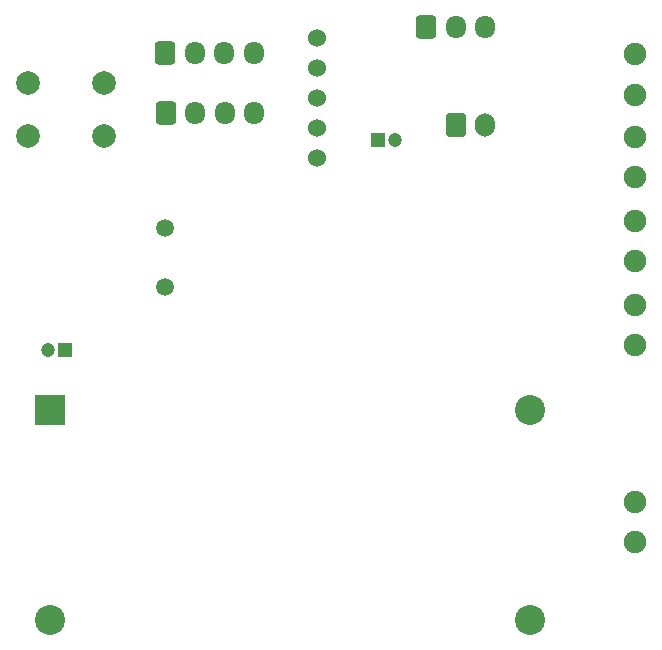
<source format=gbr>
%TF.GenerationSoftware,KiCad,Pcbnew,7.0.10*%
%TF.CreationDate,2025-01-30T22:16:48+01:00*%
%TF.ProjectId,bike_computer,62696b65-5f63-46f6-9d70-757465722e6b,rev?*%
%TF.SameCoordinates,Original*%
%TF.FileFunction,Soldermask,Bot*%
%TF.FilePolarity,Negative*%
%FSLAX46Y46*%
G04 Gerber Fmt 4.6, Leading zero omitted, Abs format (unit mm)*
G04 Created by KiCad (PCBNEW 7.0.10) date 2025-01-30 22:16:48*
%MOMM*%
%LPD*%
G01*
G04 APERTURE LIST*
G04 Aperture macros list*
%AMRoundRect*
0 Rectangle with rounded corners*
0 $1 Rounding radius*
0 $2 $3 $4 $5 $6 $7 $8 $9 X,Y pos of 4 corners*
0 Add a 4 corners polygon primitive as box body*
4,1,4,$2,$3,$4,$5,$6,$7,$8,$9,$2,$3,0*
0 Add four circle primitives for the rounded corners*
1,1,$1+$1,$2,$3*
1,1,$1+$1,$4,$5*
1,1,$1+$1,$6,$7*
1,1,$1+$1,$8,$9*
0 Add four rect primitives between the rounded corners*
20,1,$1+$1,$2,$3,$4,$5,0*
20,1,$1+$1,$4,$5,$6,$7,0*
20,1,$1+$1,$6,$7,$8,$9,0*
20,1,$1+$1,$8,$9,$2,$3,0*%
G04 Aperture macros list end*
%ADD10C,1.524000*%
%ADD11C,1.905000*%
%ADD12R,1.200000X1.200000*%
%ADD13C,1.200000*%
%ADD14C,2.000000*%
%ADD15R,2.540000X2.540000*%
%ADD16C,2.540000*%
%ADD17RoundRect,0.250000X-0.600000X-0.725000X0.600000X-0.725000X0.600000X0.725000X-0.600000X0.725000X0*%
%ADD18O,1.700000X1.950000*%
%ADD19RoundRect,0.250000X-0.600000X-0.750000X0.600000X-0.750000X0.600000X0.750000X-0.600000X0.750000X0*%
%ADD20O,1.700000X2.000000*%
%ADD21C,1.500000*%
G04 APERTURE END LIST*
D10*
%TO.C,P1*%
X137922000Y-72136000D03*
X137922000Y-74676000D03*
X137922000Y-77216000D03*
X137922000Y-79756000D03*
X137922000Y-82296000D03*
%TD*%
D11*
%TO.C,J6*%
X164846000Y-83950000D03*
X164846000Y-80550000D03*
%TD*%
%TO.C,J4*%
X164846000Y-98142000D03*
X164846000Y-94742000D03*
%TD*%
%TO.C,J7*%
X164846000Y-76962000D03*
X164846000Y-73562000D03*
%TD*%
D12*
%TO.C,C3*%
X143026000Y-80772000D03*
D13*
X144526000Y-80772000D03*
%TD*%
D11*
%TO.C,J5*%
X164846000Y-91030000D03*
X164846000Y-87630000D03*
%TD*%
D14*
%TO.C,SW1*%
X113388000Y-75946000D03*
X119888000Y-75946000D03*
X113388000Y-80446000D03*
X119888000Y-80446000D03*
%TD*%
D11*
%TO.C,J1*%
X164846000Y-114857000D03*
X164846000Y-111457000D03*
%TD*%
D15*
%TO.C,U3*%
X115316000Y-103632000D03*
D16*
X115316000Y-121412000D03*
X155956000Y-121412000D03*
X155956000Y-103632000D03*
%TD*%
D17*
%TO.C,J9*%
X147146000Y-71247000D03*
D18*
X149646000Y-71247000D03*
X152146000Y-71247000D03*
%TD*%
D12*
%TO.C,C11*%
X116586000Y-98552000D03*
D13*
X115086000Y-98552000D03*
%TD*%
D17*
%TO.C,J2*%
X125088000Y-78486000D03*
D18*
X127588000Y-78486000D03*
X130088000Y-78486000D03*
X132588000Y-78486000D03*
%TD*%
D17*
%TO.C,J3*%
X125048000Y-73406000D03*
D18*
X127548000Y-73406000D03*
X130048000Y-73406000D03*
X132548000Y-73406000D03*
%TD*%
D19*
%TO.C,J8*%
X149646000Y-79502000D03*
D20*
X152146000Y-79502000D03*
%TD*%
D21*
%TO.C,Y1*%
X125044200Y-93254200D03*
X125044200Y-88254200D03*
%TD*%
M02*

</source>
